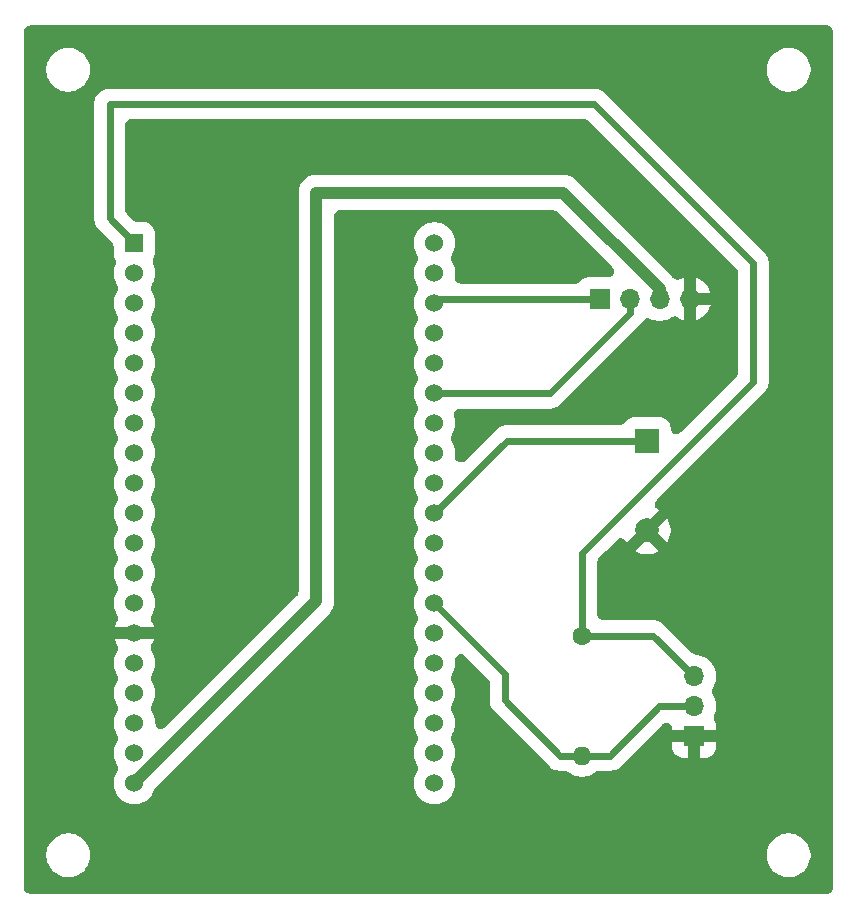
<source format=gbr>
%TF.GenerationSoftware,KiCad,Pcbnew,9.0.0*%
%TF.CreationDate,2025-03-04T12:47:50-05:00*%
%TF.ProjectId,TermoINteligente,5465726d-6f49-44e7-9465-6c6967656e74,rev?*%
%TF.SameCoordinates,Original*%
%TF.FileFunction,Copper,L2,Bot*%
%TF.FilePolarity,Positive*%
%FSLAX46Y46*%
G04 Gerber Fmt 4.6, Leading zero omitted, Abs format (unit mm)*
G04 Created by KiCad (PCBNEW 9.0.0) date 2025-03-04 12:47:50*
%MOMM*%
%LPD*%
G01*
G04 APERTURE LIST*
%TA.AperFunction,ComponentPad*%
%ADD10R,1.530000X1.530000*%
%TD*%
%TA.AperFunction,ComponentPad*%
%ADD11C,1.530000*%
%TD*%
%TA.AperFunction,ComponentPad*%
%ADD12R,1.700000X1.700000*%
%TD*%
%TA.AperFunction,ComponentPad*%
%ADD13O,1.700000X1.700000*%
%TD*%
%TA.AperFunction,ComponentPad*%
%ADD14C,1.600000*%
%TD*%
%TA.AperFunction,ComponentPad*%
%ADD15O,1.600000X1.600000*%
%TD*%
%TA.AperFunction,ComponentPad*%
%ADD16R,2.000000X2.000000*%
%TD*%
%TA.AperFunction,ComponentPad*%
%ADD17C,2.000000*%
%TD*%
%TA.AperFunction,Conductor*%
%ADD18C,1.000000*%
%TD*%
%TA.AperFunction,Conductor*%
%ADD19C,0.600000*%
%TD*%
G04 APERTURE END LIST*
D10*
%TO.P,U1,1,3V3*%
%TO.N,VDD*%
X130100000Y-81180000D03*
D11*
%TO.P,U1,2,EN*%
%TO.N,unconnected-(U1-EN-Pad2)*%
X130100000Y-83720000D03*
%TO.P,U1,3,SENSOR_VP*%
%TO.N,unconnected-(U1-SENSOR_VP-Pad3)*%
X130100000Y-86260000D03*
%TO.P,U1,4,SENSOR_VN*%
%TO.N,unconnected-(U1-SENSOR_VN-Pad4)*%
X130100000Y-88800000D03*
%TO.P,U1,5,IO34*%
%TO.N,unconnected-(U1-IO34-Pad5)*%
X130100000Y-91340000D03*
%TO.P,U1,6,IO35*%
%TO.N,unconnected-(U1-IO35-Pad6)*%
X130100000Y-93880000D03*
%TO.P,U1,7,IO32*%
%TO.N,unconnected-(U1-IO32-Pad7)*%
X130100000Y-96420000D03*
%TO.P,U1,8,IO33*%
%TO.N,unconnected-(U1-IO33-Pad8)*%
X130100000Y-98960000D03*
%TO.P,U1,9,IO25*%
%TO.N,unconnected-(U1-IO25-Pad9)*%
X130100000Y-101500000D03*
%TO.P,U1,10,IO26*%
%TO.N,unconnected-(U1-IO26-Pad10)*%
X130100000Y-104040000D03*
%TO.P,U1,11,IO27*%
%TO.N,unconnected-(U1-IO27-Pad11)*%
X130100000Y-106580000D03*
%TO.P,U1,12,IO14*%
%TO.N,unconnected-(U1-IO14-Pad12)*%
X130100000Y-109120000D03*
%TO.P,U1,13,IO12*%
%TO.N,unconnected-(U1-IO12-Pad13)*%
X130100000Y-111660000D03*
%TO.P,U1,14,GND1*%
%TO.N,GND*%
X130100000Y-114200000D03*
%TO.P,U1,15,IO13*%
%TO.N,unconnected-(U1-IO13-Pad15)*%
X130100000Y-116740000D03*
%TO.P,U1,16,SD2*%
%TO.N,unconnected-(U1-SD2-Pad16)*%
X130100000Y-119280000D03*
%TO.P,U1,17,SD3*%
%TO.N,unconnected-(U1-SD3-Pad17)*%
X130100000Y-121820000D03*
%TO.P,U1,18,CMD*%
%TO.N,unconnected-(U1-CMD-Pad18)*%
X130100000Y-124360000D03*
%TO.P,U1,19,EXT_5V*%
%TO.N,VCC*%
X130100000Y-126900000D03*
%TO.P,U1,20,CLK*%
%TO.N,unconnected-(U1-CLK-Pad20)*%
X155500000Y-126900000D03*
%TO.P,U1,21,SD0*%
%TO.N,unconnected-(U1-SD0-Pad21)*%
X155500000Y-124360000D03*
%TO.P,U1,22,SD1*%
%TO.N,unconnected-(U1-SD1-Pad22)*%
X155500000Y-121820000D03*
%TO.P,U1,23,IO15*%
%TO.N,unconnected-(U1-IO15-Pad23)*%
X155500000Y-119280000D03*
%TO.P,U1,24,IO2*%
%TO.N,unconnected-(U1-IO2-Pad24)*%
X155500000Y-116740000D03*
%TO.P,U1,25,IO0*%
%TO.N,unconnected-(U1-IO0-Pad25)*%
X155500000Y-114200000D03*
%TO.P,U1,26,IO4*%
%TO.N,DQ*%
X155500000Y-111660000D03*
%TO.P,U1,27,IO16*%
%TO.N,unconnected-(U1-IO16-Pad27)*%
X155500000Y-109120000D03*
%TO.P,U1,28,IO17*%
%TO.N,unconnected-(U1-IO17-Pad28)*%
X155500000Y-106580000D03*
%TO.P,U1,29,IO5*%
%TO.N,BZ1+*%
X155500000Y-104040000D03*
%TO.P,U1,30,IO18*%
%TO.N,unconnected-(U1-IO18-Pad30)*%
X155500000Y-101500000D03*
%TO.P,U1,31,IO19*%
%TO.N,unconnected-(U1-IO19-Pad31)*%
X155500000Y-98960000D03*
%TO.P,U1,32,GND2*%
%TO.N,unconnected-(U1-GND2-Pad32)*%
X155500000Y-96420000D03*
%TO.P,U1,33,IO21*%
%TO.N,SDA*%
X155500000Y-93880000D03*
%TO.P,U1,34,RXD0*%
%TO.N,unconnected-(U1-RXD0-Pad34)*%
X155500000Y-91340000D03*
%TO.P,U1,35,TXD0*%
%TO.N,unconnected-(U1-TXD0-Pad35)*%
X155500000Y-88800000D03*
%TO.P,U1,36,IO22*%
%TO.N,SCL*%
X155500000Y-86260000D03*
%TO.P,U1,37,IO23*%
%TO.N,unconnected-(U1-IO23-Pad37)*%
X155500000Y-83720000D03*
%TO.P,U1,38,GND3*%
%TO.N,unconnected-(U1-GND3-Pad38)*%
X155500000Y-81180000D03*
%TD*%
D12*
%TO.P,J2,1,Pin_1*%
%TO.N,GND*%
X177500000Y-122940000D03*
D13*
%TO.P,J2,2,Pin_2*%
%TO.N,DQ*%
X177500000Y-120400000D03*
%TO.P,J2,3,Pin_3*%
%TO.N,VDD*%
X177500000Y-117860000D03*
%TD*%
D12*
%TO.P,J1,1,Pin_1*%
%TO.N,SCL*%
X169500000Y-85900000D03*
D13*
%TO.P,J1,2,Pin_2*%
%TO.N,SDA*%
X172040000Y-85900000D03*
%TO.P,J1,3,Pin_3*%
%TO.N,VCC*%
X174580000Y-85900000D03*
%TO.P,J1,4,Pin_4*%
%TO.N,GND*%
X177120000Y-85900000D03*
%TD*%
D14*
%TO.P,R1,1*%
%TO.N,VDD*%
X168000000Y-114400000D03*
D15*
%TO.P,R1,2*%
%TO.N,DQ*%
X168000000Y-124560000D03*
%TD*%
D16*
%TO.P,BZ1,1,+*%
%TO.N,BZ1+*%
X173500000Y-97900000D03*
D17*
%TO.P,BZ1,2,-*%
%TO.N,GND*%
X173500000Y-105500000D03*
%TD*%
D18*
%TO.N,GND*%
X132700000Y-114200000D02*
X133500000Y-115000000D01*
X130100000Y-114200000D02*
X132700000Y-114200000D01*
X127800000Y-114200000D02*
X127000000Y-115000000D01*
X130100000Y-114200000D02*
X127800000Y-114200000D01*
%TO.N,VCC*%
X145500000Y-111500000D02*
X130100000Y-126900000D01*
X166400000Y-76900000D02*
X145500000Y-76900000D01*
X145500000Y-76900000D02*
X145500000Y-111500000D01*
X174580000Y-85080000D02*
X166400000Y-76900000D01*
X174580000Y-85900000D02*
X174580000Y-85080000D01*
D19*
%TO.N,SDA*%
X165262081Y-93880000D02*
X155500000Y-93880000D01*
X172040000Y-85900000D02*
X172040000Y-87102081D01*
X172040000Y-87102081D02*
X165262081Y-93880000D01*
%TO.N,BZ1+*%
X173500000Y-97900000D02*
X161640000Y-97900000D01*
X161640000Y-97900000D02*
X155500000Y-104040000D01*
%TO.N,SCL*%
X155860000Y-85900000D02*
X155500000Y-86260000D01*
X169500000Y-85900000D02*
X155860000Y-85900000D01*
%TO.N,DQ*%
X161500000Y-119900000D02*
X161500000Y-117660000D01*
X168000000Y-124560000D02*
X166160000Y-124560000D01*
X166160000Y-124560000D02*
X161500000Y-119900000D01*
X161500000Y-117660000D02*
X155500000Y-111660000D01*
X177500000Y-120400000D02*
X174500000Y-120400000D01*
X170340000Y-124560000D02*
X168000000Y-124560000D01*
X174500000Y-120400000D02*
X170340000Y-124560000D01*
%TO.N,VDD*%
X174040000Y-114400000D02*
X168000000Y-114400000D01*
X177500000Y-117860000D02*
X174040000Y-114400000D01*
X168000000Y-107400000D02*
X182500000Y-92900000D01*
X169000000Y-69400000D02*
X128000000Y-69400000D01*
X182500000Y-82900000D02*
X169000000Y-69400000D01*
X168000000Y-114400000D02*
X168000000Y-107400000D01*
X128000000Y-69400000D02*
X128000000Y-79080000D01*
X182500000Y-92900000D02*
X182500000Y-82900000D01*
X128000000Y-79080000D02*
X130100000Y-81180000D01*
%TD*%
%TA.AperFunction,Conductor*%
%TO.N,GND*%
G36*
X168395208Y-70720713D02*
G01*
X168524403Y-70779714D01*
X168607469Y-70846654D01*
X181053346Y-83292531D01*
X181138462Y-83406232D01*
X181188096Y-83539307D01*
X181199500Y-83645377D01*
X181199500Y-92154623D01*
X181179287Y-92295208D01*
X181120286Y-92424403D01*
X181053346Y-92507469D01*
X176352345Y-97208470D01*
X176238644Y-97293586D01*
X176105569Y-97343220D01*
X175963901Y-97353353D01*
X175825116Y-97323162D01*
X175700459Y-97255094D01*
X175600029Y-97154664D01*
X175531961Y-97030007D01*
X175501770Y-96891222D01*
X175500499Y-96855624D01*
X175500499Y-96841969D01*
X175495676Y-96787715D01*
X175489886Y-96722582D01*
X175433909Y-96526951D01*
X175339698Y-96346593D01*
X175305199Y-96304283D01*
X175211110Y-96188891D01*
X175211108Y-96188889D01*
X175053410Y-96060304D01*
X175053407Y-96060302D01*
X174873057Y-95966095D01*
X174873054Y-95966093D01*
X174873049Y-95966091D01*
X174677418Y-95910114D01*
X174558037Y-95899500D01*
X174558029Y-95899500D01*
X172441969Y-95899500D01*
X172322582Y-95910114D01*
X172126953Y-95966090D01*
X172126942Y-95966095D01*
X171946592Y-96060302D01*
X171946589Y-96060304D01*
X171788891Y-96188889D01*
X171788889Y-96188891D01*
X171660304Y-96346589D01*
X171646377Y-96367722D01*
X171643480Y-96365813D01*
X171585155Y-96446792D01*
X171473040Y-96533986D01*
X171340900Y-96586061D01*
X171225874Y-96599500D01*
X161742351Y-96599500D01*
X161537648Y-96599500D01*
X161505626Y-96604571D01*
X161335466Y-96631522D01*
X161238124Y-96663150D01*
X161238123Y-96663151D01*
X161174867Y-96683704D01*
X161140783Y-96694779D01*
X161140781Y-96694779D01*
X161140781Y-96694780D01*
X161086217Y-96722582D01*
X160958388Y-96787713D01*
X160958384Y-96787715D01*
X160792780Y-96908033D01*
X158098819Y-99601994D01*
X157985118Y-99687110D01*
X157852043Y-99736744D01*
X157710375Y-99746877D01*
X157571590Y-99716686D01*
X157446933Y-99648618D01*
X157346503Y-99548187D01*
X157278435Y-99423531D01*
X157248244Y-99284746D01*
X157251242Y-99184016D01*
X157265500Y-99075715D01*
X157265500Y-98844283D01*
X157235293Y-98614836D01*
X157235292Y-98614830D01*
X157175391Y-98391279D01*
X157175390Y-98391276D01*
X157086825Y-98177460D01*
X156971116Y-97977046D01*
X156964556Y-97967229D01*
X156903258Y-97839108D01*
X156880539Y-97698906D01*
X156898240Y-97557983D01*
X156954926Y-97427756D01*
X156964556Y-97412771D01*
X156971116Y-97402953D01*
X157086825Y-97202539D01*
X157175390Y-96988723D01*
X157175392Y-96988719D01*
X157235292Y-96765171D01*
X157265500Y-96535717D01*
X157265500Y-96304283D01*
X157235292Y-96074829D01*
X157175392Y-95851281D01*
X157175390Y-95851276D01*
X157175389Y-95851271D01*
X157171530Y-95839903D01*
X157145479Y-95700283D01*
X157159819Y-95558978D01*
X157213389Y-95427438D01*
X157301848Y-95316318D01*
X157418029Y-95234621D01*
X157552522Y-95188965D01*
X157644046Y-95180500D01*
X165364433Y-95180500D01*
X165566616Y-95148477D01*
X165663957Y-95116848D01*
X165761300Y-95085220D01*
X165852495Y-95038753D01*
X165943692Y-94992287D01*
X166109300Y-94871966D01*
X173031966Y-87949300D01*
X173152287Y-87783692D01*
X173152297Y-87783671D01*
X173160336Y-87770555D01*
X173251024Y-87661246D01*
X173368833Y-87581915D01*
X173504221Y-87538988D01*
X173646219Y-87535943D01*
X173776765Y-87570256D01*
X173983900Y-87656054D01*
X174218211Y-87718838D01*
X174218215Y-87718838D01*
X174218218Y-87718839D01*
X174458712Y-87750500D01*
X174701288Y-87750500D01*
X174941781Y-87718839D01*
X174941779Y-87718839D01*
X174941789Y-87718838D01*
X175176100Y-87656054D01*
X175400212Y-87563224D01*
X175601004Y-87447296D01*
X175732854Y-87394512D01*
X175874241Y-87381010D01*
X176013705Y-87407889D01*
X176100001Y-87447299D01*
X176300008Y-87562773D01*
X176524059Y-87655578D01*
X176619999Y-87681284D01*
X176620000Y-87681284D01*
X177620000Y-87681284D01*
X177715940Y-87655578D01*
X177939995Y-87562772D01*
X178149999Y-87441525D01*
X178150015Y-87441514D01*
X178342407Y-87293887D01*
X178513887Y-87122407D01*
X178661514Y-86930015D01*
X178661525Y-86929999D01*
X178782773Y-86719993D01*
X178875577Y-86495943D01*
X178875579Y-86495936D01*
X178901286Y-86400000D01*
X177620000Y-86400000D01*
X177620000Y-87681284D01*
X176620000Y-87681284D01*
X176620000Y-85965826D01*
X176654075Y-86092993D01*
X176719901Y-86207007D01*
X176812993Y-86300099D01*
X176927007Y-86365925D01*
X177054174Y-86400000D01*
X177185826Y-86400000D01*
X177312993Y-86365925D01*
X177427007Y-86300099D01*
X177520099Y-86207007D01*
X177585925Y-86092993D01*
X177620000Y-85965826D01*
X177620000Y-85834174D01*
X177585925Y-85707007D01*
X177520099Y-85592993D01*
X177427007Y-85499901D01*
X177312993Y-85434075D01*
X177185826Y-85400000D01*
X177620000Y-85400000D01*
X178901285Y-85400000D01*
X178875579Y-85304063D01*
X178875577Y-85304056D01*
X178782773Y-85080006D01*
X178661525Y-84870000D01*
X178661514Y-84869984D01*
X178513887Y-84677592D01*
X178342407Y-84506112D01*
X178150015Y-84358485D01*
X178149999Y-84358474D01*
X177939992Y-84237226D01*
X177939993Y-84237226D01*
X177715943Y-84144422D01*
X177715936Y-84144420D01*
X177620000Y-84118714D01*
X177620000Y-85400000D01*
X177185826Y-85400000D01*
X177054174Y-85400000D01*
X176927007Y-85434075D01*
X176812993Y-85499901D01*
X176719901Y-85592993D01*
X176654075Y-85707007D01*
X176620000Y-85834174D01*
X176620000Y-84118714D01*
X176524063Y-84144420D01*
X176524056Y-84144422D01*
X176294856Y-84239360D01*
X176157237Y-84274485D01*
X176015298Y-84269415D01*
X175880536Y-84224562D01*
X175763870Y-84143559D01*
X175724660Y-84102633D01*
X167377511Y-75755484D01*
X167377510Y-75755483D01*
X167186434Y-75616657D01*
X167186433Y-75616656D01*
X167186431Y-75616655D01*
X167186424Y-75616651D01*
X166975997Y-75509434D01*
X166975979Y-75509427D01*
X166751373Y-75436448D01*
X166751367Y-75436446D01*
X166518092Y-75399500D01*
X145618092Y-75399500D01*
X145381908Y-75399500D01*
X145148632Y-75436446D01*
X145148626Y-75436448D01*
X144924020Y-75509427D01*
X144924003Y-75509434D01*
X144713571Y-75616654D01*
X144713559Y-75616662D01*
X144522491Y-75755481D01*
X144522484Y-75755487D01*
X144355487Y-75922484D01*
X144355481Y-75922491D01*
X144216662Y-76113559D01*
X144216654Y-76113571D01*
X144109434Y-76324003D01*
X144109427Y-76324020D01*
X144036448Y-76548626D01*
X144036446Y-76548632D01*
X143999500Y-76781907D01*
X143999500Y-110671780D01*
X143979287Y-110812365D01*
X143920286Y-110941560D01*
X143853346Y-111024626D01*
X132717346Y-122160626D01*
X132603645Y-122245742D01*
X132470570Y-122295376D01*
X132328902Y-122305509D01*
X132190117Y-122275318D01*
X132065460Y-122207250D01*
X131965030Y-122106820D01*
X131896962Y-121982163D01*
X131866771Y-121843378D01*
X131865500Y-121807780D01*
X131865500Y-121704283D01*
X131835293Y-121474836D01*
X131835292Y-121474830D01*
X131835292Y-121474829D01*
X131775392Y-121251281D01*
X131762523Y-121220212D01*
X131686825Y-121037460D01*
X131571116Y-120837046D01*
X131564556Y-120827229D01*
X131503258Y-120699108D01*
X131480539Y-120558906D01*
X131498240Y-120417983D01*
X131554926Y-120287756D01*
X131564556Y-120272771D01*
X131571116Y-120262953D01*
X131686825Y-120062539D01*
X131775390Y-119848723D01*
X131775392Y-119848719D01*
X131835292Y-119625171D01*
X131865500Y-119395717D01*
X131865500Y-119164283D01*
X131835292Y-118934829D01*
X131775392Y-118711281D01*
X131762523Y-118680212D01*
X131686825Y-118497460D01*
X131571116Y-118297046D01*
X131564556Y-118287229D01*
X131503258Y-118159108D01*
X131480539Y-118018906D01*
X131498240Y-117877983D01*
X131554926Y-117747756D01*
X131564556Y-117732771D01*
X131571116Y-117722953D01*
X131686825Y-117522539D01*
X131775390Y-117308723D01*
X131775392Y-117308719D01*
X131835292Y-117085171D01*
X131865500Y-116855717D01*
X131865500Y-116624283D01*
X131835292Y-116394829D01*
X131775392Y-116171281D01*
X131749430Y-116108603D01*
X131686825Y-115957460D01*
X131571116Y-115757048D01*
X131571111Y-115757040D01*
X131571109Y-115757036D01*
X131571101Y-115757025D01*
X131565385Y-115748470D01*
X131504086Y-115620349D01*
X131481367Y-115480147D01*
X131499066Y-115339224D01*
X131548144Y-115221732D01*
X131686378Y-114982311D01*
X131774918Y-114768556D01*
X131834798Y-114545079D01*
X131834801Y-114545061D01*
X131865000Y-114315683D01*
X131865000Y-114084316D01*
X131834801Y-113854938D01*
X131834798Y-113854920D01*
X131774919Y-113631446D01*
X131686375Y-113417684D01*
X131548143Y-113178262D01*
X131495355Y-113046406D01*
X131481853Y-112905019D01*
X131508732Y-112765555D01*
X131565395Y-112651514D01*
X131571095Y-112642981D01*
X131571109Y-112642964D01*
X131666635Y-112477508D01*
X131686825Y-112442539D01*
X131775390Y-112228723D01*
X131775392Y-112228719D01*
X131835292Y-112005171D01*
X131865500Y-111775717D01*
X131865500Y-111544283D01*
X131835292Y-111314829D01*
X131775392Y-111091281D01*
X131747783Y-111024626D01*
X131686825Y-110877460D01*
X131571116Y-110677046D01*
X131564556Y-110667229D01*
X131503258Y-110539108D01*
X131480539Y-110398906D01*
X131498240Y-110257983D01*
X131554926Y-110127756D01*
X131564556Y-110112771D01*
X131571116Y-110102953D01*
X131686825Y-109902539D01*
X131775390Y-109688723D01*
X131775392Y-109688719D01*
X131835292Y-109465171D01*
X131865500Y-109235717D01*
X131865500Y-109004283D01*
X131835292Y-108774829D01*
X131775392Y-108551281D01*
X131775390Y-108551276D01*
X131686825Y-108337460D01*
X131571116Y-108137046D01*
X131564556Y-108127229D01*
X131503258Y-107999108D01*
X131480539Y-107858906D01*
X131498240Y-107717983D01*
X131554926Y-107587756D01*
X131564556Y-107572771D01*
X131571116Y-107562953D01*
X131686825Y-107362539D01*
X131775390Y-107148723D01*
X131775392Y-107148719D01*
X131835292Y-106925171D01*
X131865500Y-106695717D01*
X131865500Y-106464283D01*
X131855257Y-106386476D01*
X131835293Y-106234836D01*
X131835292Y-106234830D01*
X131831991Y-106222510D01*
X131775392Y-106011281D01*
X131725580Y-105891024D01*
X131686825Y-105797460D01*
X131571116Y-105597046D01*
X131564556Y-105587229D01*
X131503258Y-105459108D01*
X131480539Y-105318906D01*
X131498240Y-105177983D01*
X131554926Y-105047756D01*
X131564556Y-105032771D01*
X131571116Y-105022953D01*
X131686825Y-104822539D01*
X131775390Y-104608723D01*
X131775392Y-104608719D01*
X131835292Y-104385171D01*
X131865500Y-104155717D01*
X131865500Y-103924283D01*
X131846120Y-103777078D01*
X131835293Y-103694836D01*
X131835292Y-103694830D01*
X131835292Y-103694829D01*
X131775392Y-103471281D01*
X131775390Y-103471276D01*
X131686825Y-103257460D01*
X131571116Y-103057046D01*
X131564556Y-103047229D01*
X131503258Y-102919108D01*
X131480539Y-102778906D01*
X131498240Y-102637983D01*
X131554926Y-102507756D01*
X131564556Y-102492771D01*
X131571116Y-102482953D01*
X131686825Y-102282539D01*
X131775390Y-102068723D01*
X131775392Y-102068719D01*
X131835292Y-101845171D01*
X131865500Y-101615717D01*
X131865500Y-101384283D01*
X131835292Y-101154829D01*
X131775392Y-100931281D01*
X131775390Y-100931276D01*
X131686825Y-100717460D01*
X131571116Y-100517046D01*
X131564556Y-100507229D01*
X131503258Y-100379108D01*
X131480539Y-100238906D01*
X131498240Y-100097983D01*
X131554926Y-99967756D01*
X131564556Y-99952771D01*
X131571116Y-99942953D01*
X131686825Y-99742539D01*
X131775390Y-99528723D01*
X131775392Y-99528719D01*
X131835292Y-99305171D01*
X131865500Y-99075717D01*
X131865500Y-98844283D01*
X131835292Y-98614829D01*
X131775392Y-98391281D01*
X131775390Y-98391276D01*
X131686825Y-98177460D01*
X131571116Y-97977046D01*
X131564556Y-97967229D01*
X131503258Y-97839108D01*
X131480539Y-97698906D01*
X131498240Y-97557983D01*
X131554926Y-97427756D01*
X131564556Y-97412771D01*
X131571116Y-97402953D01*
X131686825Y-97202539D01*
X131775390Y-96988723D01*
X131775392Y-96988719D01*
X131835292Y-96765171D01*
X131865500Y-96535717D01*
X131865500Y-96304283D01*
X131835292Y-96074829D01*
X131775392Y-95851281D01*
X131712847Y-95700283D01*
X131686825Y-95637460D01*
X131571116Y-95437046D01*
X131564556Y-95427229D01*
X131503258Y-95299108D01*
X131480539Y-95158906D01*
X131498240Y-95017983D01*
X131554926Y-94887756D01*
X131564556Y-94872771D01*
X131571116Y-94862953D01*
X131686825Y-94662539D01*
X131775390Y-94448723D01*
X131775392Y-94448719D01*
X131835292Y-94225171D01*
X131865500Y-93995717D01*
X131865500Y-93764283D01*
X131835293Y-93534836D01*
X131835292Y-93534830D01*
X131798955Y-93399219D01*
X131775392Y-93311281D01*
X131731176Y-93204534D01*
X131686825Y-93097460D01*
X131571116Y-92897046D01*
X131564556Y-92887229D01*
X131503258Y-92759108D01*
X131480539Y-92618906D01*
X131498240Y-92477983D01*
X131554926Y-92347756D01*
X131564556Y-92332771D01*
X131571116Y-92322953D01*
X131686825Y-92122539D01*
X131775390Y-91908723D01*
X131775392Y-91908719D01*
X131835292Y-91685171D01*
X131865500Y-91455717D01*
X131865500Y-91224283D01*
X131835292Y-90994829D01*
X131775392Y-90771281D01*
X131775390Y-90771276D01*
X131686825Y-90557460D01*
X131571116Y-90357046D01*
X131564556Y-90347229D01*
X131503258Y-90219108D01*
X131480539Y-90078906D01*
X131498240Y-89937983D01*
X131554926Y-89807756D01*
X131564556Y-89792771D01*
X131571116Y-89782953D01*
X131686825Y-89582539D01*
X131775390Y-89368723D01*
X131775392Y-89368719D01*
X131835292Y-89145171D01*
X131865500Y-88915717D01*
X131865500Y-88684283D01*
X131835292Y-88454829D01*
X131775392Y-88231281D01*
X131775390Y-88231276D01*
X131686825Y-88017460D01*
X131571116Y-87817046D01*
X131564556Y-87807229D01*
X131503258Y-87679108D01*
X131480539Y-87538906D01*
X131498240Y-87397983D01*
X131554926Y-87267756D01*
X131564556Y-87252771D01*
X131571116Y-87242953D01*
X131686825Y-87042539D01*
X131775390Y-86828723D01*
X131775392Y-86828719D01*
X131835292Y-86605171D01*
X131865500Y-86375717D01*
X131865500Y-86144283D01*
X131835292Y-85914829D01*
X131775392Y-85691281D01*
X131734680Y-85592993D01*
X131686825Y-85477460D01*
X131571116Y-85277046D01*
X131564556Y-85267229D01*
X131503258Y-85139108D01*
X131480539Y-84998906D01*
X131498240Y-84857983D01*
X131554926Y-84727756D01*
X131564556Y-84712771D01*
X131571116Y-84702953D01*
X131686825Y-84502539D01*
X131746494Y-84358485D01*
X131775392Y-84288719D01*
X131835292Y-84065171D01*
X131865500Y-83835717D01*
X131865500Y-83604283D01*
X131835292Y-83374829D01*
X131775392Y-83151281D01*
X131775390Y-83151276D01*
X131682508Y-82927037D01*
X131647383Y-82789418D01*
X131652453Y-82647479D01*
X131697306Y-82512717D01*
X131701231Y-82505042D01*
X131704694Y-82498411D01*
X131704698Y-82498407D01*
X131798909Y-82318049D01*
X131854886Y-82122418D01*
X131865500Y-82003037D01*
X131865499Y-80356964D01*
X131854886Y-80237582D01*
X131798909Y-80041951D01*
X131704698Y-79861593D01*
X131704695Y-79861589D01*
X131576110Y-79703891D01*
X131576108Y-79703889D01*
X131418410Y-79575304D01*
X131418407Y-79575302D01*
X131238057Y-79481095D01*
X131238054Y-79481093D01*
X131238049Y-79481091D01*
X131042418Y-79425114D01*
X130923037Y-79414500D01*
X130923030Y-79414500D01*
X130380377Y-79414500D01*
X130327544Y-79406903D01*
X130274307Y-79403096D01*
X130257524Y-79396836D01*
X130239792Y-79394287D01*
X130191236Y-79372112D01*
X130141232Y-79353462D01*
X130126893Y-79342728D01*
X130110597Y-79335286D01*
X130027531Y-79268346D01*
X129446654Y-78687469D01*
X129361538Y-78573768D01*
X129311904Y-78440693D01*
X129300500Y-78334623D01*
X129300500Y-71199500D01*
X129320713Y-71058915D01*
X129379714Y-70929720D01*
X129472724Y-70822381D01*
X129592208Y-70745594D01*
X129728485Y-70705579D01*
X129799500Y-70700500D01*
X168254623Y-70700500D01*
X168395208Y-70720713D01*
G37*
%TD.AperFunction*%
%TA.AperFunction,Conductor*%
G36*
X188891085Y-62770713D02*
G01*
X189020280Y-62829714D01*
X189127619Y-62922724D01*
X189204406Y-63042208D01*
X189244421Y-63178485D01*
X189249500Y-63249500D01*
X189249500Y-135750500D01*
X189229287Y-135891085D01*
X189170286Y-136020280D01*
X189077276Y-136127619D01*
X188957792Y-136204406D01*
X188821515Y-136244421D01*
X188750500Y-136249500D01*
X121249500Y-136249500D01*
X121108915Y-136229287D01*
X120979720Y-136170286D01*
X120872381Y-136077276D01*
X120795594Y-135957792D01*
X120755579Y-135821515D01*
X120750500Y-135750500D01*
X120750500Y-132878450D01*
X122645500Y-132878450D01*
X122645500Y-133121549D01*
X122677229Y-133362564D01*
X122677231Y-133362574D01*
X122740149Y-133597385D01*
X122740152Y-133597393D01*
X122833181Y-133821986D01*
X122954726Y-134032508D01*
X122954736Y-134032523D01*
X123102721Y-134225380D01*
X123274619Y-134397278D01*
X123467476Y-134545263D01*
X123467484Y-134545269D01*
X123467491Y-134545273D01*
X123678013Y-134666818D01*
X123749969Y-134696623D01*
X123902612Y-134759850D01*
X124137429Y-134822769D01*
X124137431Y-134822769D01*
X124137435Y-134822770D01*
X124285601Y-134842276D01*
X124378450Y-134854500D01*
X124378451Y-134854500D01*
X124621549Y-134854500D01*
X124621550Y-134854500D01*
X124772583Y-134834616D01*
X124862564Y-134822770D01*
X124862565Y-134822769D01*
X124862571Y-134822769D01*
X125097388Y-134759850D01*
X125321984Y-134666819D01*
X125532516Y-134545269D01*
X125725380Y-134397278D01*
X125897278Y-134225380D01*
X126045269Y-134032516D01*
X126166819Y-133821984D01*
X126259850Y-133597388D01*
X126322769Y-133362571D01*
X126354500Y-133121550D01*
X126354500Y-132878450D01*
X183645500Y-132878450D01*
X183645500Y-133121549D01*
X183677229Y-133362564D01*
X183677231Y-133362574D01*
X183740149Y-133597385D01*
X183740152Y-133597393D01*
X183833181Y-133821986D01*
X183954726Y-134032508D01*
X183954736Y-134032523D01*
X184102721Y-134225380D01*
X184274619Y-134397278D01*
X184467476Y-134545263D01*
X184467484Y-134545269D01*
X184467491Y-134545273D01*
X184678013Y-134666818D01*
X184749969Y-134696623D01*
X184902612Y-134759850D01*
X185137429Y-134822769D01*
X185137431Y-134822769D01*
X185137435Y-134822770D01*
X185285601Y-134842276D01*
X185378450Y-134854500D01*
X185378451Y-134854500D01*
X185621549Y-134854500D01*
X185621550Y-134854500D01*
X185772583Y-134834616D01*
X185862564Y-134822770D01*
X185862565Y-134822769D01*
X185862571Y-134822769D01*
X186097388Y-134759850D01*
X186321984Y-134666819D01*
X186532516Y-134545269D01*
X186725380Y-134397278D01*
X186897278Y-134225380D01*
X187045269Y-134032516D01*
X187166819Y-133821984D01*
X187259850Y-133597388D01*
X187322769Y-133362571D01*
X187354500Y-133121550D01*
X187354500Y-132878450D01*
X187322769Y-132637429D01*
X187259850Y-132402612D01*
X187166819Y-132178016D01*
X187166818Y-132178013D01*
X187045273Y-131967491D01*
X187045269Y-131967484D01*
X187045263Y-131967476D01*
X186897278Y-131774619D01*
X186725380Y-131602721D01*
X186532523Y-131454736D01*
X186532519Y-131454733D01*
X186532516Y-131454731D01*
X186532512Y-131454728D01*
X186532508Y-131454726D01*
X186321986Y-131333181D01*
X186097393Y-131240152D01*
X186097385Y-131240149D01*
X185862574Y-131177231D01*
X185862564Y-131177229D01*
X185647770Y-131148951D01*
X185621550Y-131145500D01*
X185378450Y-131145500D01*
X185354802Y-131148613D01*
X185137435Y-131177229D01*
X185137425Y-131177231D01*
X184902614Y-131240149D01*
X184902606Y-131240152D01*
X184678013Y-131333181D01*
X184467491Y-131454726D01*
X184467476Y-131454736D01*
X184274619Y-131602721D01*
X184102721Y-131774619D01*
X183954736Y-131967476D01*
X183954726Y-131967491D01*
X183833181Y-132178013D01*
X183740152Y-132402606D01*
X183740149Y-132402614D01*
X183677231Y-132637425D01*
X183677229Y-132637435D01*
X183645500Y-132878450D01*
X126354500Y-132878450D01*
X126322769Y-132637429D01*
X126259850Y-132402612D01*
X126166819Y-132178016D01*
X126166818Y-132178013D01*
X126045273Y-131967491D01*
X126045269Y-131967484D01*
X126045263Y-131967476D01*
X125897278Y-131774619D01*
X125725380Y-131602721D01*
X125532523Y-131454736D01*
X125532519Y-131454733D01*
X125532516Y-131454731D01*
X125532512Y-131454728D01*
X125532508Y-131454726D01*
X125321986Y-131333181D01*
X125097393Y-131240152D01*
X125097385Y-131240149D01*
X124862574Y-131177231D01*
X124862564Y-131177229D01*
X124647770Y-131148951D01*
X124621550Y-131145500D01*
X124378450Y-131145500D01*
X124354802Y-131148613D01*
X124137435Y-131177229D01*
X124137425Y-131177231D01*
X123902614Y-131240149D01*
X123902606Y-131240152D01*
X123678013Y-131333181D01*
X123467491Y-131454726D01*
X123467476Y-131454736D01*
X123274619Y-131602721D01*
X123102721Y-131774619D01*
X122954736Y-131967476D01*
X122954726Y-131967491D01*
X122833181Y-132178013D01*
X122740152Y-132402606D01*
X122740149Y-132402614D01*
X122677231Y-132637425D01*
X122677229Y-132637435D01*
X122645500Y-132878450D01*
X120750500Y-132878450D01*
X120750500Y-69297648D01*
X126699500Y-69297648D01*
X126699500Y-79182352D01*
X126731521Y-79384530D01*
X126731522Y-79384531D01*
X126736439Y-79399666D01*
X126736442Y-79399674D01*
X126741260Y-79414501D01*
X126794780Y-79579219D01*
X126840781Y-79669500D01*
X126887713Y-79761611D01*
X127008034Y-79927219D01*
X127008036Y-79927221D01*
X127008036Y-79927222D01*
X128188346Y-81107531D01*
X128273462Y-81221232D01*
X128323096Y-81354307D01*
X128334500Y-81460376D01*
X128334500Y-82003030D01*
X128345114Y-82122417D01*
X128401090Y-82318046D01*
X128401093Y-82318054D01*
X128498769Y-82505044D01*
X128545943Y-82639011D01*
X128553463Y-82780842D01*
X128520720Y-82919047D01*
X128517492Y-82927035D01*
X128424609Y-83151277D01*
X128424608Y-83151279D01*
X128364707Y-83374830D01*
X128364706Y-83374836D01*
X128334500Y-83604283D01*
X128334500Y-83835716D01*
X128364706Y-84065163D01*
X128364707Y-84065169D01*
X128424608Y-84288720D01*
X128424609Y-84288723D01*
X128513174Y-84502539D01*
X128628887Y-84702959D01*
X128635451Y-84712783D01*
X128696745Y-84840906D01*
X128719460Y-84981109D01*
X128701755Y-85122031D01*
X128645065Y-85252257D01*
X128635451Y-85267217D01*
X128628887Y-85277040D01*
X128513174Y-85477460D01*
X128424609Y-85691276D01*
X128424608Y-85691279D01*
X128364707Y-85914830D01*
X128364706Y-85914836D01*
X128334500Y-86144283D01*
X128334500Y-86375716D01*
X128364706Y-86605163D01*
X128364707Y-86605169D01*
X128424608Y-86828720D01*
X128424609Y-86828723D01*
X128513174Y-87042539D01*
X128628887Y-87242959D01*
X128635451Y-87252783D01*
X128696745Y-87380906D01*
X128719460Y-87521109D01*
X128701755Y-87662031D01*
X128645065Y-87792257D01*
X128635451Y-87807217D01*
X128628887Y-87817040D01*
X128513174Y-88017460D01*
X128424609Y-88231276D01*
X128424608Y-88231279D01*
X128364707Y-88454830D01*
X128364706Y-88454836D01*
X128334500Y-88684283D01*
X128334500Y-88915716D01*
X128364706Y-89145163D01*
X128364707Y-89145169D01*
X128424608Y-89368720D01*
X128424609Y-89368723D01*
X128513174Y-89582539D01*
X128628887Y-89782959D01*
X128635451Y-89792783D01*
X128696745Y-89920906D01*
X128719460Y-90061109D01*
X128701755Y-90202031D01*
X128645065Y-90332257D01*
X128635451Y-90347217D01*
X128628887Y-90357040D01*
X128513174Y-90557460D01*
X128424609Y-90771276D01*
X128424608Y-90771279D01*
X128364707Y-90994830D01*
X128364706Y-90994836D01*
X128334500Y-91224283D01*
X128334500Y-91455716D01*
X128364706Y-91685163D01*
X128364707Y-91685169D01*
X128424608Y-91908720D01*
X128424609Y-91908723D01*
X128513174Y-92122539D01*
X128628887Y-92322959D01*
X128635451Y-92332783D01*
X128696745Y-92460906D01*
X128719460Y-92601109D01*
X128701755Y-92742031D01*
X128645065Y-92872257D01*
X128635451Y-92887217D01*
X128628887Y-92897040D01*
X128513174Y-93097460D01*
X128424609Y-93311276D01*
X128424608Y-93311279D01*
X128364707Y-93534830D01*
X128364706Y-93534836D01*
X128334500Y-93764283D01*
X128334500Y-93995716D01*
X128364706Y-94225163D01*
X128364707Y-94225169D01*
X128424608Y-94448720D01*
X128424609Y-94448723D01*
X128513174Y-94662539D01*
X128628887Y-94862959D01*
X128635451Y-94872783D01*
X128696745Y-95000906D01*
X128719460Y-95141109D01*
X128701755Y-95282031D01*
X128645065Y-95412257D01*
X128635451Y-95427217D01*
X128628887Y-95437040D01*
X128513174Y-95637460D01*
X128424609Y-95851276D01*
X128424608Y-95851279D01*
X128364707Y-96074830D01*
X128364706Y-96074836D01*
X128334500Y-96304283D01*
X128334500Y-96535716D01*
X128364706Y-96765163D01*
X128364707Y-96765169D01*
X128424608Y-96988720D01*
X128424609Y-96988723D01*
X128513174Y-97202539D01*
X128628887Y-97402959D01*
X128635451Y-97412783D01*
X128696745Y-97540906D01*
X128719460Y-97681109D01*
X128701755Y-97822031D01*
X128645065Y-97952257D01*
X128635451Y-97967217D01*
X128628887Y-97977040D01*
X128513174Y-98177460D01*
X128424609Y-98391276D01*
X128424608Y-98391279D01*
X128364707Y-98614830D01*
X128364706Y-98614836D01*
X128334500Y-98844283D01*
X128334500Y-99075716D01*
X128364706Y-99305163D01*
X128364707Y-99305169D01*
X128424608Y-99528720D01*
X128424609Y-99528723D01*
X128513174Y-99742539D01*
X128628887Y-99942959D01*
X128635451Y-99952783D01*
X128696745Y-100080906D01*
X128719460Y-100221109D01*
X128701755Y-100362031D01*
X128645065Y-100492257D01*
X128635451Y-100507217D01*
X128628887Y-100517040D01*
X128513174Y-100717460D01*
X128424609Y-100931276D01*
X128424608Y-100931279D01*
X128364707Y-101154830D01*
X128364706Y-101154836D01*
X128334500Y-101384283D01*
X128334500Y-101615716D01*
X128364706Y-101845163D01*
X128364707Y-101845169D01*
X128424608Y-102068720D01*
X128424609Y-102068723D01*
X128513174Y-102282539D01*
X128628887Y-102482959D01*
X128635451Y-102492783D01*
X128696745Y-102620906D01*
X128719460Y-102761109D01*
X128701755Y-102902031D01*
X128645065Y-103032257D01*
X128635451Y-103047217D01*
X128628887Y-103057040D01*
X128513174Y-103257460D01*
X128424609Y-103471276D01*
X128424608Y-103471279D01*
X128364707Y-103694830D01*
X128364706Y-103694836D01*
X128334500Y-103924283D01*
X128334500Y-104155716D01*
X128364706Y-104385163D01*
X128364707Y-104385169D01*
X128424608Y-104608720D01*
X128424609Y-104608723D01*
X128513174Y-104822539D01*
X128628887Y-105022959D01*
X128635451Y-105032783D01*
X128696745Y-105160906D01*
X128719460Y-105301109D01*
X128701755Y-105442031D01*
X128645065Y-105572257D01*
X128635451Y-105587217D01*
X128628887Y-105597040D01*
X128513174Y-105797460D01*
X128424609Y-106011276D01*
X128424608Y-106011279D01*
X128364707Y-106234830D01*
X128364706Y-106234836D01*
X128334500Y-106464283D01*
X128334500Y-106695716D01*
X128364706Y-106925163D01*
X128364707Y-106925169D01*
X128424608Y-107148720D01*
X128424609Y-107148723D01*
X128513174Y-107362539D01*
X128628887Y-107562959D01*
X128635451Y-107572783D01*
X128696745Y-107700906D01*
X128719460Y-107841109D01*
X128701755Y-107982031D01*
X128645065Y-108112257D01*
X128635451Y-108127217D01*
X128628887Y-108137040D01*
X128513174Y-108337460D01*
X128424609Y-108551276D01*
X128424608Y-108551279D01*
X128364707Y-108774830D01*
X128364706Y-108774836D01*
X128334500Y-109004283D01*
X128334500Y-109235716D01*
X128364706Y-109465163D01*
X128364707Y-109465169D01*
X128424608Y-109688720D01*
X128424609Y-109688723D01*
X128513174Y-109902539D01*
X128628887Y-110102959D01*
X128635451Y-110112783D01*
X128696745Y-110240906D01*
X128719460Y-110381109D01*
X128701755Y-110522031D01*
X128645065Y-110652257D01*
X128635451Y-110667217D01*
X128628887Y-110677040D01*
X128513174Y-110877460D01*
X128424609Y-111091276D01*
X128424608Y-111091279D01*
X128364707Y-111314830D01*
X128364706Y-111314836D01*
X128334500Y-111544283D01*
X128334500Y-111775716D01*
X128364706Y-112005163D01*
X128364707Y-112005169D01*
X128424608Y-112228720D01*
X128424609Y-112228723D01*
X128513174Y-112442539D01*
X128628882Y-112642950D01*
X128634613Y-112651527D01*
X128695910Y-112779649D01*
X128718629Y-112919851D01*
X128700927Y-113060773D01*
X128651857Y-113178251D01*
X128513623Y-113417684D01*
X128425081Y-113631443D01*
X128365201Y-113854920D01*
X128365198Y-113854938D01*
X128335000Y-114084316D01*
X128335000Y-114315683D01*
X128365198Y-114545061D01*
X128365201Y-114545079D01*
X128425080Y-114768553D01*
X128513623Y-114982313D01*
X128651857Y-115221741D01*
X128704644Y-115353597D01*
X128718145Y-115494984D01*
X128691265Y-115634448D01*
X128634620Y-115748460D01*
X128628891Y-115757033D01*
X128513174Y-115957460D01*
X128424609Y-116171276D01*
X128424608Y-116171279D01*
X128364707Y-116394830D01*
X128364706Y-116394836D01*
X128334500Y-116624283D01*
X128334500Y-116855716D01*
X128364706Y-117085163D01*
X128364707Y-117085169D01*
X128424608Y-117308720D01*
X128424609Y-117308723D01*
X128513174Y-117522539D01*
X128628887Y-117722959D01*
X128635451Y-117732783D01*
X128696745Y-117860906D01*
X128719460Y-118001109D01*
X128701755Y-118142031D01*
X128645065Y-118272257D01*
X128635451Y-118287217D01*
X128628887Y-118297040D01*
X128513174Y-118497460D01*
X128424609Y-118711276D01*
X128424608Y-118711279D01*
X128364707Y-118934830D01*
X128364706Y-118934836D01*
X128334500Y-119164283D01*
X128334500Y-119395716D01*
X128364706Y-119625163D01*
X128364707Y-119625169D01*
X128424608Y-119848720D01*
X128424609Y-119848723D01*
X128513174Y-120062539D01*
X128628887Y-120262959D01*
X128635451Y-120272783D01*
X128696745Y-120400906D01*
X128719460Y-120541109D01*
X128701755Y-120682031D01*
X128645065Y-120812257D01*
X128635451Y-120827217D01*
X128628887Y-120837040D01*
X128513174Y-121037460D01*
X128424609Y-121251276D01*
X128424608Y-121251279D01*
X128364707Y-121474830D01*
X128364706Y-121474836D01*
X128334500Y-121704283D01*
X128334500Y-121935716D01*
X128364706Y-122165163D01*
X128364707Y-122165169D01*
X128424608Y-122388720D01*
X128424609Y-122388723D01*
X128513174Y-122602539D01*
X128628887Y-122802959D01*
X128635451Y-122812783D01*
X128696745Y-122940906D01*
X128719460Y-123081109D01*
X128701755Y-123222031D01*
X128645065Y-123352257D01*
X128635451Y-123367217D01*
X128628887Y-123377040D01*
X128513174Y-123577460D01*
X128424609Y-123791276D01*
X128424608Y-123791279D01*
X128364707Y-124014830D01*
X128364706Y-124014836D01*
X128334500Y-124244283D01*
X128334500Y-124475716D01*
X128364706Y-124705163D01*
X128364707Y-124705169D01*
X128424608Y-124928720D01*
X128424609Y-124928723D01*
X128513174Y-125142539D01*
X128628887Y-125342959D01*
X128635451Y-125352783D01*
X128696745Y-125480906D01*
X128719460Y-125621109D01*
X128701755Y-125762031D01*
X128645065Y-125892257D01*
X128635451Y-125907217D01*
X128628887Y-125917040D01*
X128513174Y-126117460D01*
X128424609Y-126331276D01*
X128424608Y-126331279D01*
X128364707Y-126554830D01*
X128364706Y-126554836D01*
X128334500Y-126784283D01*
X128334500Y-127015716D01*
X128364706Y-127245163D01*
X128364707Y-127245169D01*
X128424608Y-127468720D01*
X128424609Y-127468723D01*
X128513174Y-127682539D01*
X128628884Y-127882953D01*
X128628888Y-127882960D01*
X128628890Y-127882963D01*
X128628891Y-127882964D01*
X128769779Y-128066573D01*
X128933427Y-128230221D01*
X129117036Y-128371109D01*
X129117039Y-128371111D01*
X129117046Y-128371115D01*
X129317461Y-128486825D01*
X129317460Y-128486825D01*
X129531276Y-128575390D01*
X129531281Y-128575392D01*
X129754829Y-128635292D01*
X129754833Y-128635292D01*
X129754836Y-128635293D01*
X129840501Y-128646570D01*
X129984283Y-128665500D01*
X129984284Y-128665500D01*
X130215716Y-128665500D01*
X130215717Y-128665500D01*
X130445171Y-128635292D01*
X130668719Y-128575392D01*
X130793972Y-128523510D01*
X130882539Y-128486825D01*
X131018021Y-128408603D01*
X131082964Y-128371109D01*
X131266573Y-128230221D01*
X131430221Y-128066573D01*
X131571109Y-127882964D01*
X131608603Y-127818021D01*
X131686825Y-127682539D01*
X131775390Y-127468723D01*
X131775392Y-127468719D01*
X131785472Y-127431096D01*
X131841380Y-127300538D01*
X131914619Y-127207406D01*
X146644517Y-112477510D01*
X146783343Y-112286433D01*
X146890568Y-112075992D01*
X146963553Y-111851368D01*
X147000500Y-111618092D01*
X147000500Y-111381908D01*
X147000500Y-78899500D01*
X147020713Y-78758915D01*
X147079714Y-78629720D01*
X147172724Y-78522381D01*
X147292208Y-78445594D01*
X147428485Y-78405579D01*
X147499500Y-78400500D01*
X165571781Y-78400500D01*
X165712366Y-78420713D01*
X165841561Y-78479714D01*
X165924627Y-78546654D01*
X170575627Y-83197654D01*
X170660743Y-83311355D01*
X170710377Y-83444430D01*
X170720510Y-83586098D01*
X170690319Y-83724883D01*
X170622251Y-83849540D01*
X170521821Y-83949970D01*
X170397164Y-84018038D01*
X170258379Y-84048229D01*
X170222781Y-84049500D01*
X168591969Y-84049500D01*
X168472582Y-84060114D01*
X168276953Y-84116090D01*
X168276942Y-84116095D01*
X168096592Y-84210302D01*
X168096589Y-84210304D01*
X167938892Y-84338888D01*
X167876148Y-84415839D01*
X167771641Y-84512021D01*
X167644271Y-84574864D01*
X167504354Y-84599276D01*
X167489415Y-84599500D01*
X157733947Y-84599500D01*
X157593362Y-84579287D01*
X157464167Y-84520286D01*
X157356828Y-84427276D01*
X157280041Y-84307792D01*
X157240026Y-84171515D01*
X157239216Y-84035369D01*
X157265500Y-83835716D01*
X157265500Y-83604283D01*
X157235293Y-83374836D01*
X157235292Y-83374830D01*
X157213240Y-83292531D01*
X157175392Y-83151281D01*
X157175390Y-83151276D01*
X157086825Y-82937460D01*
X156971116Y-82737046D01*
X156964556Y-82727229D01*
X156903258Y-82599108D01*
X156880539Y-82458906D01*
X156898240Y-82317983D01*
X156954926Y-82187756D01*
X156964556Y-82172771D01*
X156971116Y-82162953D01*
X157086825Y-81962539D01*
X157175390Y-81748723D01*
X157175392Y-81748719D01*
X157235292Y-81525171D01*
X157265500Y-81295717D01*
X157265500Y-81064283D01*
X157235292Y-80834829D01*
X157175392Y-80611281D01*
X157175390Y-80611276D01*
X157086825Y-80397460D01*
X156971115Y-80197046D01*
X156971111Y-80197039D01*
X156971109Y-80197036D01*
X156830221Y-80013427D01*
X156666573Y-79849779D01*
X156482964Y-79708891D01*
X156482963Y-79708890D01*
X156482960Y-79708888D01*
X156482953Y-79708884D01*
X156282538Y-79593174D01*
X156282539Y-79593174D01*
X156068723Y-79504609D01*
X156068720Y-79504608D01*
X155845169Y-79444707D01*
X155845163Y-79444706D01*
X155643726Y-79418187D01*
X155615717Y-79414500D01*
X155384283Y-79414500D01*
X155359321Y-79417786D01*
X155154836Y-79444706D01*
X155154830Y-79444707D01*
X154931279Y-79504608D01*
X154931276Y-79504609D01*
X154717460Y-79593174D01*
X154517046Y-79708884D01*
X154517039Y-79708888D01*
X154333428Y-79849778D01*
X154333422Y-79849783D01*
X154169783Y-80013422D01*
X154169778Y-80013428D01*
X154028888Y-80197039D01*
X154028884Y-80197046D01*
X153913174Y-80397460D01*
X153824609Y-80611276D01*
X153824608Y-80611279D01*
X153764707Y-80834830D01*
X153764706Y-80834836D01*
X153734500Y-81064283D01*
X153734500Y-81295716D01*
X153764706Y-81525163D01*
X153764707Y-81525169D01*
X153824608Y-81748720D01*
X153824609Y-81748723D01*
X153913174Y-81962539D01*
X154028887Y-82162959D01*
X154035451Y-82172783D01*
X154096745Y-82300906D01*
X154119460Y-82441109D01*
X154101755Y-82582031D01*
X154045065Y-82712257D01*
X154035451Y-82727217D01*
X154028887Y-82737040D01*
X153913174Y-82937460D01*
X153824609Y-83151276D01*
X153824608Y-83151279D01*
X153764707Y-83374830D01*
X153764706Y-83374836D01*
X153734500Y-83604283D01*
X153734500Y-83835716D01*
X153764706Y-84065163D01*
X153764707Y-84065169D01*
X153824608Y-84288720D01*
X153824609Y-84288723D01*
X153913174Y-84502539D01*
X154028887Y-84702959D01*
X154035451Y-84712783D01*
X154096745Y-84840906D01*
X154119460Y-84981109D01*
X154101755Y-85122031D01*
X154045065Y-85252257D01*
X154035451Y-85267217D01*
X154028887Y-85277040D01*
X153913174Y-85477460D01*
X153824609Y-85691276D01*
X153824608Y-85691279D01*
X153764707Y-85914830D01*
X153764706Y-85914836D01*
X153734500Y-86144283D01*
X153734500Y-86375716D01*
X153764706Y-86605163D01*
X153764707Y-86605169D01*
X153824608Y-86828720D01*
X153824609Y-86828723D01*
X153913174Y-87042539D01*
X154028887Y-87242959D01*
X154035451Y-87252783D01*
X154096745Y-87380906D01*
X154119460Y-87521109D01*
X154101755Y-87662031D01*
X154045065Y-87792257D01*
X154035451Y-87807217D01*
X154028887Y-87817040D01*
X153913174Y-88017460D01*
X153824609Y-88231276D01*
X153824608Y-88231279D01*
X153764707Y-88454830D01*
X153764706Y-88454836D01*
X153734500Y-88684283D01*
X153734500Y-88915716D01*
X153764706Y-89145163D01*
X153764707Y-89145169D01*
X153824608Y-89368720D01*
X153824609Y-89368723D01*
X153913174Y-89582539D01*
X154028887Y-89782959D01*
X154035451Y-89792783D01*
X154096745Y-89920906D01*
X154119460Y-90061109D01*
X154101755Y-90202031D01*
X154045065Y-90332257D01*
X154035451Y-90347217D01*
X154028887Y-90357040D01*
X153913174Y-90557460D01*
X153824609Y-90771276D01*
X153824608Y-90771279D01*
X153764707Y-90994830D01*
X153764706Y-90994836D01*
X153734500Y-91224283D01*
X153734500Y-91455716D01*
X153764706Y-91685163D01*
X153764707Y-91685169D01*
X153824608Y-91908720D01*
X153824609Y-91908723D01*
X153913174Y-92122539D01*
X154028887Y-92322959D01*
X154035451Y-92332783D01*
X154096745Y-92460906D01*
X154119460Y-92601109D01*
X154101755Y-92742031D01*
X154045065Y-92872257D01*
X154035451Y-92887217D01*
X154028887Y-92897040D01*
X153913174Y-93097460D01*
X153824609Y-93311276D01*
X153824608Y-93311279D01*
X153764707Y-93534830D01*
X153764706Y-93534836D01*
X153734500Y-93764283D01*
X153734500Y-93995716D01*
X153764706Y-94225163D01*
X153764707Y-94225169D01*
X153824608Y-94448720D01*
X153824609Y-94448723D01*
X153913174Y-94662539D01*
X154028887Y-94862959D01*
X154035451Y-94872783D01*
X154096745Y-95000906D01*
X154119460Y-95141109D01*
X154101755Y-95282031D01*
X154045065Y-95412257D01*
X154035451Y-95427217D01*
X154028887Y-95437040D01*
X153913174Y-95637460D01*
X153824609Y-95851276D01*
X153824608Y-95851279D01*
X153764707Y-96074830D01*
X153764706Y-96074836D01*
X153734500Y-96304283D01*
X153734500Y-96535716D01*
X153764706Y-96765163D01*
X153764707Y-96765169D01*
X153824608Y-96988720D01*
X153824609Y-96988723D01*
X153913174Y-97202539D01*
X154028887Y-97402959D01*
X154035451Y-97412783D01*
X154096745Y-97540906D01*
X154119460Y-97681109D01*
X154101755Y-97822031D01*
X154045065Y-97952257D01*
X154035451Y-97967217D01*
X154028887Y-97977040D01*
X153913174Y-98177460D01*
X153824609Y-98391276D01*
X153824608Y-98391279D01*
X153764707Y-98614830D01*
X153764706Y-98614836D01*
X153734500Y-98844283D01*
X153734500Y-99075716D01*
X153764706Y-99305163D01*
X153764707Y-99305169D01*
X153824608Y-99528720D01*
X153824609Y-99528723D01*
X153913174Y-99742539D01*
X154028887Y-99942959D01*
X154035451Y-99952783D01*
X154096745Y-100080906D01*
X154119460Y-100221109D01*
X154101755Y-100362031D01*
X154045065Y-100492257D01*
X154035451Y-100507217D01*
X154028887Y-100517040D01*
X153913174Y-100717460D01*
X153824609Y-100931276D01*
X153824608Y-100931279D01*
X153764707Y-101154830D01*
X153764706Y-101154836D01*
X153734500Y-101384283D01*
X153734500Y-101615716D01*
X153764706Y-101845163D01*
X153764707Y-101845169D01*
X153824608Y-102068720D01*
X153824609Y-102068723D01*
X153913174Y-102282539D01*
X154028887Y-102482959D01*
X154035451Y-102492783D01*
X154096745Y-102620906D01*
X154119460Y-102761109D01*
X154101755Y-102902031D01*
X154045065Y-103032257D01*
X154035451Y-103047217D01*
X154028887Y-103057040D01*
X153913174Y-103257460D01*
X153824609Y-103471276D01*
X153824608Y-103471279D01*
X153764707Y-103694830D01*
X153764706Y-103694836D01*
X153734500Y-103924283D01*
X153734500Y-104155716D01*
X153764706Y-104385163D01*
X153764707Y-104385169D01*
X153824608Y-104608720D01*
X153824609Y-104608723D01*
X153913174Y-104822539D01*
X154028887Y-105022959D01*
X154035451Y-105032783D01*
X154096745Y-105160906D01*
X154119460Y-105301109D01*
X154101755Y-105442031D01*
X154045065Y-105572257D01*
X154035451Y-105587217D01*
X154028887Y-105597040D01*
X153913174Y-105797460D01*
X153824609Y-106011276D01*
X153824608Y-106011279D01*
X153764707Y-106234830D01*
X153764706Y-106234836D01*
X153734500Y-106464283D01*
X153734500Y-106695716D01*
X153764706Y-106925163D01*
X153764707Y-106925169D01*
X153824608Y-107148720D01*
X153824609Y-107148723D01*
X153913174Y-107362539D01*
X154028887Y-107562959D01*
X154035451Y-107572783D01*
X154096745Y-107700906D01*
X154119460Y-107841109D01*
X154101755Y-107982031D01*
X154045065Y-108112257D01*
X154035451Y-108127217D01*
X154028887Y-108137040D01*
X153913174Y-108337460D01*
X153824609Y-108551276D01*
X153824608Y-108551279D01*
X153764707Y-108774830D01*
X153764706Y-108774836D01*
X153734500Y-109004283D01*
X153734500Y-109235716D01*
X153764706Y-109465163D01*
X153764707Y-109465169D01*
X153824608Y-109688720D01*
X153824609Y-109688723D01*
X153913174Y-109902539D01*
X154028887Y-110102959D01*
X154035451Y-110112783D01*
X154096745Y-110240906D01*
X154119460Y-110381109D01*
X154101755Y-110522031D01*
X154045065Y-110652257D01*
X154035451Y-110667217D01*
X154028887Y-110677040D01*
X153913174Y-110877460D01*
X153824609Y-111091276D01*
X153824608Y-111091279D01*
X153764707Y-111314830D01*
X153764706Y-111314836D01*
X153734500Y-111544283D01*
X153734500Y-111775716D01*
X153764706Y-112005163D01*
X153764707Y-112005169D01*
X153824608Y-112228720D01*
X153824609Y-112228723D01*
X153913174Y-112442539D01*
X154028887Y-112642959D01*
X154035451Y-112652783D01*
X154096745Y-112780906D01*
X154119460Y-112921109D01*
X154101755Y-113062031D01*
X154045065Y-113192257D01*
X154035451Y-113207217D01*
X154028887Y-113217040D01*
X153913174Y-113417460D01*
X153824609Y-113631276D01*
X153824608Y-113631279D01*
X153764707Y-113854830D01*
X153764706Y-113854836D01*
X153734500Y-114084283D01*
X153734500Y-114315716D01*
X153764706Y-114545163D01*
X153764707Y-114545169D01*
X153824608Y-114768720D01*
X153824609Y-114768723D01*
X153913174Y-114982539D01*
X154028887Y-115182959D01*
X154035451Y-115192783D01*
X154096745Y-115320906D01*
X154119460Y-115461109D01*
X154101755Y-115602031D01*
X154045065Y-115732257D01*
X154035451Y-115747217D01*
X154028887Y-115757040D01*
X153913174Y-115957460D01*
X153824609Y-116171276D01*
X153824608Y-116171279D01*
X153764707Y-116394830D01*
X153764706Y-116394836D01*
X153734500Y-116624283D01*
X153734500Y-116855716D01*
X153764706Y-117085163D01*
X153764707Y-117085169D01*
X153824608Y-117308720D01*
X153824609Y-117308723D01*
X153913174Y-117522539D01*
X154028887Y-117722959D01*
X154035451Y-117732783D01*
X154096745Y-117860906D01*
X154119460Y-118001109D01*
X154101755Y-118142031D01*
X154045065Y-118272257D01*
X154035451Y-118287217D01*
X154028887Y-118297040D01*
X153913174Y-118497460D01*
X153824609Y-118711276D01*
X153824608Y-118711279D01*
X153764707Y-118934830D01*
X153764706Y-118934836D01*
X153734500Y-119164283D01*
X153734500Y-119395716D01*
X153764706Y-119625163D01*
X153764707Y-119625169D01*
X153824608Y-119848720D01*
X153824609Y-119848723D01*
X153913174Y-120062539D01*
X154028887Y-120262959D01*
X154035451Y-120272783D01*
X154096745Y-120400906D01*
X154119460Y-120541109D01*
X154101755Y-120682031D01*
X154045065Y-120812257D01*
X154035451Y-120827217D01*
X154028887Y-120837040D01*
X153913174Y-121037460D01*
X153824609Y-121251276D01*
X153824608Y-121251279D01*
X153764707Y-121474830D01*
X153764706Y-121474836D01*
X153734500Y-121704283D01*
X153734500Y-121935716D01*
X153764706Y-122165163D01*
X153764707Y-122165169D01*
X153824608Y-122388720D01*
X153824609Y-122388723D01*
X153913174Y-122602539D01*
X154028887Y-122802959D01*
X154035451Y-122812783D01*
X154096745Y-122940906D01*
X154119460Y-123081109D01*
X154101755Y-123222031D01*
X154045065Y-123352257D01*
X154035451Y-123367217D01*
X154028887Y-123377040D01*
X153913174Y-123577460D01*
X153824609Y-123791276D01*
X153824608Y-123791279D01*
X153764707Y-124014830D01*
X153764706Y-124014836D01*
X153734500Y-124244283D01*
X153734500Y-124475716D01*
X153764706Y-124705163D01*
X153764707Y-124705169D01*
X153824608Y-124928720D01*
X153824609Y-124928723D01*
X153913174Y-125142539D01*
X154028887Y-125342959D01*
X154035451Y-125352783D01*
X154096745Y-125480906D01*
X154119460Y-125621109D01*
X154101755Y-125762031D01*
X154045065Y-125892257D01*
X154035451Y-125907217D01*
X154028887Y-125917040D01*
X153913174Y-126117460D01*
X153824609Y-126331276D01*
X153824608Y-126331279D01*
X153764707Y-126554830D01*
X153764706Y-126554836D01*
X153734500Y-126784283D01*
X153734500Y-127015716D01*
X153764706Y-127245163D01*
X153764707Y-127245169D01*
X153824608Y-127468720D01*
X153824609Y-127468723D01*
X153913174Y-127682539D01*
X154028884Y-127882953D01*
X154028888Y-127882960D01*
X154028890Y-127882963D01*
X154028891Y-127882964D01*
X154169779Y-128066573D01*
X154333427Y-128230221D01*
X154517036Y-128371109D01*
X154517039Y-128371111D01*
X154517046Y-128371115D01*
X154717461Y-128486825D01*
X154717460Y-128486825D01*
X154931276Y-128575390D01*
X154931281Y-128575392D01*
X155154829Y-128635292D01*
X155154833Y-128635292D01*
X155154836Y-128635293D01*
X155240501Y-128646570D01*
X155384283Y-128665500D01*
X155384284Y-128665500D01*
X155615716Y-128665500D01*
X155615717Y-128665500D01*
X155845171Y-128635292D01*
X156068719Y-128575392D01*
X156193972Y-128523510D01*
X156282539Y-128486825D01*
X156418021Y-128408603D01*
X156482964Y-128371109D01*
X156666573Y-128230221D01*
X156830221Y-128066573D01*
X156971109Y-127882964D01*
X157008603Y-127818021D01*
X157086825Y-127682539D01*
X157175390Y-127468723D01*
X157175392Y-127468719D01*
X157235292Y-127245171D01*
X157265500Y-127015717D01*
X157265500Y-126784283D01*
X157235292Y-126554829D01*
X157175392Y-126331281D01*
X157149430Y-126268603D01*
X157086825Y-126117460D01*
X156971116Y-125917046D01*
X156964556Y-125907229D01*
X156903258Y-125779108D01*
X156880539Y-125638906D01*
X156898240Y-125497983D01*
X156954926Y-125367756D01*
X156964556Y-125352771D01*
X156971116Y-125342953D01*
X157086825Y-125142539D01*
X157175390Y-124928723D01*
X157175392Y-124928719D01*
X157235292Y-124705171D01*
X157265500Y-124475717D01*
X157265500Y-124244283D01*
X157235292Y-124014829D01*
X157175392Y-123791281D01*
X157175390Y-123791276D01*
X157086825Y-123577460D01*
X156971116Y-123377046D01*
X156964556Y-123367229D01*
X156903258Y-123239108D01*
X156880539Y-123098906D01*
X156898240Y-122957983D01*
X156954926Y-122827756D01*
X156964556Y-122812771D01*
X156971116Y-122802953D01*
X157086825Y-122602539D01*
X157140036Y-122474075D01*
X157175392Y-122388719D01*
X157235292Y-122165171D01*
X157265500Y-121935717D01*
X157265500Y-121704283D01*
X157235292Y-121474829D01*
X157175392Y-121251281D01*
X157162523Y-121220212D01*
X157086825Y-121037460D01*
X156971116Y-120837046D01*
X156964556Y-120827229D01*
X156903258Y-120699108D01*
X156880539Y-120558906D01*
X156898240Y-120417983D01*
X156954926Y-120287756D01*
X156964556Y-120272771D01*
X156971116Y-120262953D01*
X157086825Y-120062539D01*
X157175390Y-119848723D01*
X157175392Y-119848719D01*
X157235292Y-119625171D01*
X157265500Y-119395717D01*
X157265500Y-119164283D01*
X157235292Y-118934829D01*
X157175392Y-118711281D01*
X157162523Y-118680212D01*
X157086825Y-118497460D01*
X156971116Y-118297046D01*
X156964556Y-118287229D01*
X156903258Y-118159108D01*
X156880539Y-118018906D01*
X156898240Y-117877983D01*
X156954926Y-117747756D01*
X156964556Y-117732771D01*
X156971116Y-117722953D01*
X157086825Y-117522539D01*
X157175390Y-117308723D01*
X157175392Y-117308719D01*
X157235292Y-117085171D01*
X157265500Y-116855717D01*
X157265500Y-116624283D01*
X157251241Y-116515975D01*
X157252931Y-116373963D01*
X157294564Y-116238172D01*
X157372767Y-116119611D01*
X157481205Y-116027884D01*
X157611093Y-115970424D01*
X157751908Y-115951884D01*
X157892242Y-115973768D01*
X158020726Y-116034302D01*
X158098818Y-116098003D01*
X160053346Y-118052531D01*
X160138462Y-118166232D01*
X160188096Y-118299307D01*
X160199500Y-118405377D01*
X160199500Y-120002352D01*
X160231522Y-120204531D01*
X160250508Y-120262965D01*
X160294779Y-120399217D01*
X160294780Y-120399220D01*
X160305452Y-120420163D01*
X160305458Y-120420175D01*
X160387710Y-120581606D01*
X160387715Y-120581615D01*
X160508033Y-120747219D01*
X165312777Y-125551963D01*
X165312780Y-125551965D01*
X165312781Y-125551966D01*
X165478389Y-125672287D01*
X165513587Y-125690221D01*
X165660781Y-125765220D01*
X165758123Y-125796848D01*
X165855465Y-125828477D01*
X165855464Y-125828477D01*
X166057648Y-125860500D01*
X166262351Y-125860500D01*
X166567813Y-125860500D01*
X166708398Y-125880713D01*
X166837593Y-125939714D01*
X166871585Y-125963617D01*
X166997550Y-126060273D01*
X167201951Y-126178284D01*
X167420007Y-126268606D01*
X167647986Y-126329693D01*
X167647988Y-126329693D01*
X167647992Y-126329694D01*
X167791844Y-126348632D01*
X167881989Y-126360500D01*
X167881990Y-126360500D01*
X168118010Y-126360500D01*
X168118011Y-126360500D01*
X168339952Y-126331281D01*
X168352007Y-126329694D01*
X168352008Y-126329693D01*
X168352014Y-126329693D01*
X168579993Y-126268606D01*
X168798049Y-126178284D01*
X169002450Y-126060273D01*
X169128415Y-125963617D01*
X169252253Y-125894070D01*
X169390668Y-125862230D01*
X169432187Y-125860500D01*
X170442352Y-125860500D01*
X170644535Y-125828477D01*
X170741876Y-125796848D01*
X170839219Y-125765220D01*
X170986413Y-125690221D01*
X171021611Y-125672287D01*
X171187219Y-125551966D01*
X172891189Y-123847996D01*
X175650000Y-123847996D01*
X175660609Y-123967329D01*
X175716558Y-124162862D01*
X175716560Y-124162868D01*
X175810720Y-124343127D01*
X175810722Y-124343131D01*
X175939246Y-124500753D01*
X176096868Y-124629277D01*
X176096872Y-124629279D01*
X176277131Y-124723439D01*
X176277137Y-124723441D01*
X176472670Y-124779390D01*
X176592003Y-124790000D01*
X177000000Y-124790000D01*
X178000000Y-124790000D01*
X178407997Y-124790000D01*
X178527329Y-124779390D01*
X178722862Y-124723441D01*
X178722868Y-124723439D01*
X178903127Y-124629279D01*
X178903131Y-124629277D01*
X179060753Y-124500753D01*
X179189277Y-124343131D01*
X179189279Y-124343127D01*
X179283439Y-124162868D01*
X179283441Y-124162862D01*
X179339390Y-123967329D01*
X179350000Y-123847996D01*
X179350000Y-123440000D01*
X178000000Y-123440000D01*
X178000000Y-124790000D01*
X177000000Y-124790000D01*
X177000000Y-123440000D01*
X175650000Y-123440000D01*
X175650000Y-123847996D01*
X172891189Y-123847996D01*
X174798154Y-121941031D01*
X174812491Y-121930298D01*
X174824224Y-121916758D01*
X174869128Y-121887900D01*
X174911855Y-121855915D01*
X174928639Y-121849654D01*
X174943708Y-121839971D01*
X174994919Y-121824933D01*
X175044930Y-121806281D01*
X175062796Y-121805003D01*
X175079985Y-121799956D01*
X175133359Y-121799956D01*
X175186598Y-121796148D01*
X175204103Y-121799956D01*
X175222015Y-121799956D01*
X175273223Y-121814992D01*
X175325383Y-121826339D01*
X175341107Y-121834924D01*
X175358292Y-121839971D01*
X175403189Y-121868824D01*
X175450040Y-121894407D01*
X175462706Y-121907073D01*
X175477776Y-121916758D01*
X175512730Y-121957097D01*
X175550470Y-121994837D01*
X175559054Y-122010557D01*
X175570786Y-122024097D01*
X175592959Y-122072650D01*
X175618538Y-122119494D01*
X175622345Y-122136997D01*
X175629787Y-122153292D01*
X175637382Y-122206120D01*
X175648729Y-122258279D01*
X175650000Y-122293877D01*
X175650000Y-122440000D01*
X177434174Y-122440000D01*
X177307007Y-122474075D01*
X177192993Y-122539901D01*
X177099901Y-122632993D01*
X177034075Y-122747007D01*
X177000000Y-122874174D01*
X177000000Y-123005826D01*
X177034075Y-123132993D01*
X177099901Y-123247007D01*
X177192993Y-123340099D01*
X177307007Y-123405925D01*
X177434174Y-123440000D01*
X177565826Y-123440000D01*
X177692993Y-123405925D01*
X177807007Y-123340099D01*
X177900099Y-123247007D01*
X177965925Y-123132993D01*
X178000000Y-123005826D01*
X178000000Y-122874174D01*
X177965925Y-122747007D01*
X177900099Y-122632993D01*
X177807007Y-122539901D01*
X177692993Y-122474075D01*
X177565826Y-122440000D01*
X179350000Y-122440000D01*
X179350000Y-122032003D01*
X179339390Y-121912670D01*
X179283441Y-121717137D01*
X179283437Y-121717128D01*
X179209524Y-121575628D01*
X179162349Y-121441661D01*
X179154829Y-121299830D01*
X179187571Y-121161625D01*
X179190750Y-121153757D01*
X179256054Y-120996100D01*
X179318838Y-120761789D01*
X179350500Y-120521288D01*
X179350500Y-120278712D01*
X179318838Y-120038211D01*
X179256054Y-119803900D01*
X179163224Y-119579788D01*
X179047587Y-119379499D01*
X178994800Y-119247645D01*
X178981299Y-119106258D01*
X179008178Y-118966795D01*
X179047588Y-118880499D01*
X179163224Y-118680212D01*
X179256054Y-118456100D01*
X179318838Y-118221789D01*
X179350500Y-117981288D01*
X179350500Y-117738712D01*
X179318838Y-117498211D01*
X179256054Y-117263900D01*
X179163224Y-117039788D01*
X179041936Y-116829711D01*
X179041935Y-116829709D01*
X179041933Y-116829706D01*
X178894271Y-116637269D01*
X178894260Y-116637257D01*
X178722742Y-116465739D01*
X178722730Y-116465728D01*
X178530293Y-116318066D01*
X178530284Y-116318061D01*
X178320211Y-116196775D01*
X178096104Y-116103947D01*
X178096101Y-116103946D01*
X177861787Y-116041161D01*
X177861781Y-116041160D01*
X177636520Y-116011505D01*
X177499776Y-115973115D01*
X177379387Y-115897756D01*
X177348805Y-115869620D01*
X174887222Y-113408036D01*
X174887219Y-113408033D01*
X174721615Y-113287715D01*
X174630412Y-113241245D01*
X174630412Y-113241244D01*
X174539222Y-113194781D01*
X174531454Y-113192257D01*
X174441876Y-113163151D01*
X174441874Y-113163150D01*
X174344536Y-113131523D01*
X174344534Y-113131522D01*
X174142352Y-113099500D01*
X169799500Y-113099500D01*
X169658915Y-113079287D01*
X169529720Y-113020286D01*
X169422381Y-112927276D01*
X169345594Y-112807792D01*
X169305579Y-112671515D01*
X169300500Y-112600500D01*
X169300500Y-108145375D01*
X169320713Y-108004790D01*
X169379714Y-107875595D01*
X169446649Y-107792534D01*
X170016264Y-107222919D01*
X172484185Y-107222919D01*
X172613525Y-107297593D01*
X172855746Y-107397925D01*
X173108975Y-107465777D01*
X173108993Y-107465780D01*
X173368914Y-107500000D01*
X173631086Y-107500000D01*
X173891006Y-107465780D01*
X173891024Y-107465777D01*
X174144253Y-107397925D01*
X174386476Y-107297592D01*
X174515812Y-107222919D01*
X173500000Y-106207106D01*
X173499999Y-106207106D01*
X172484185Y-107222919D01*
X170016264Y-107222919D01*
X170931563Y-106307620D01*
X171045257Y-106222510D01*
X171178332Y-106172876D01*
X171320000Y-106162743D01*
X171458785Y-106192934D01*
X171583442Y-106261002D01*
X171683872Y-106361432D01*
X171716549Y-106410973D01*
X171777078Y-106515812D01*
X172858718Y-105434174D01*
X173000000Y-105434174D01*
X173000000Y-105565826D01*
X173034075Y-105692993D01*
X173099901Y-105807007D01*
X173192993Y-105900099D01*
X173307007Y-105965925D01*
X173434174Y-106000000D01*
X173565826Y-106000000D01*
X173692993Y-105965925D01*
X173807007Y-105900099D01*
X173900099Y-105807007D01*
X173965925Y-105692993D01*
X174000000Y-105565826D01*
X174000000Y-105499999D01*
X174207106Y-105499999D01*
X175222919Y-106515812D01*
X175297592Y-106386476D01*
X175397925Y-106144253D01*
X175465777Y-105891024D01*
X175465780Y-105891006D01*
X175500000Y-105631086D01*
X175500000Y-105368913D01*
X175465780Y-105108993D01*
X175465777Y-105108975D01*
X175397925Y-104855746D01*
X175297593Y-104613525D01*
X175222919Y-104484185D01*
X174207106Y-105499999D01*
X174000000Y-105499999D01*
X174000000Y-105434174D01*
X173965925Y-105307007D01*
X173900099Y-105192993D01*
X173807007Y-105099901D01*
X173692993Y-105034075D01*
X173565826Y-105000000D01*
X173434174Y-105000000D01*
X173307007Y-105034075D01*
X173192993Y-105099901D01*
X173099901Y-105192993D01*
X173034075Y-105307007D01*
X173000000Y-105434174D01*
X172858718Y-105434174D01*
X173146447Y-105146446D01*
X173352432Y-104940461D01*
X174515812Y-103777078D01*
X174410973Y-103716549D01*
X174299329Y-103628752D01*
X174216943Y-103513058D01*
X174170490Y-103378839D01*
X174163731Y-103236970D01*
X174197216Y-103098943D01*
X174268231Y-102975941D01*
X174307613Y-102931570D01*
X183347215Y-93891968D01*
X183347219Y-93891966D01*
X183491966Y-93747219D01*
X183612287Y-93581610D01*
X183705220Y-93399219D01*
X183705221Y-93399218D01*
X183768477Y-93204534D01*
X183795680Y-93032781D01*
X183800500Y-93002352D01*
X183800500Y-82797648D01*
X183768477Y-82595466D01*
X183768474Y-82595459D01*
X183768474Y-82595455D01*
X183705222Y-82400786D01*
X183705219Y-82400779D01*
X183626708Y-82246693D01*
X183626704Y-82246685D01*
X183624946Y-82243235D01*
X183612287Y-82218389D01*
X183491966Y-82052781D01*
X183491965Y-82052780D01*
X183491963Y-82052777D01*
X169847219Y-68408033D01*
X169681615Y-68287715D01*
X169590412Y-68241245D01*
X169590412Y-68241244D01*
X169499222Y-68194781D01*
X169499210Y-68194777D01*
X169401876Y-68163151D01*
X169401874Y-68163150D01*
X169304536Y-68131523D01*
X169304534Y-68131522D01*
X169102352Y-68099500D01*
X128102352Y-68099500D01*
X127897648Y-68099500D01*
X127836635Y-68109163D01*
X127695470Y-68131522D01*
X127695455Y-68131525D01*
X127500786Y-68194777D01*
X127500774Y-68194782D01*
X127318403Y-68287705D01*
X127318390Y-68287713D01*
X127152775Y-68408038D01*
X127152774Y-68408040D01*
X127008040Y-68552774D01*
X127008038Y-68552775D01*
X126887713Y-68718390D01*
X126887705Y-68718403D01*
X126794782Y-68900774D01*
X126794777Y-68900786D01*
X126731525Y-69095455D01*
X126731522Y-69095470D01*
X126699500Y-69297648D01*
X120750500Y-69297648D01*
X120750500Y-66378450D01*
X122645500Y-66378450D01*
X122645500Y-66621549D01*
X122677229Y-66862564D01*
X122677231Y-66862574D01*
X122740149Y-67097385D01*
X122740152Y-67097393D01*
X122833181Y-67321986D01*
X122954726Y-67532508D01*
X122954736Y-67532523D01*
X123102721Y-67725380D01*
X123274619Y-67897278D01*
X123467476Y-68045263D01*
X123467484Y-68045269D01*
X123467491Y-68045273D01*
X123678013Y-68166818D01*
X123745512Y-68194777D01*
X123902612Y-68259850D01*
X124137429Y-68322769D01*
X124137431Y-68322769D01*
X124137435Y-68322770D01*
X124285601Y-68342276D01*
X124378450Y-68354500D01*
X124378451Y-68354500D01*
X124621549Y-68354500D01*
X124621550Y-68354500D01*
X124772583Y-68334616D01*
X124862564Y-68322770D01*
X124862565Y-68322769D01*
X124862571Y-68322769D01*
X125097388Y-68259850D01*
X125321984Y-68166819D01*
X125532516Y-68045269D01*
X125725380Y-67897278D01*
X125897278Y-67725380D01*
X126045269Y-67532516D01*
X126166819Y-67321984D01*
X126259850Y-67097388D01*
X126322769Y-66862571D01*
X126354500Y-66621550D01*
X126354500Y-66378450D01*
X183645500Y-66378450D01*
X183645500Y-66621549D01*
X183677229Y-66862564D01*
X183677231Y-66862574D01*
X183740149Y-67097385D01*
X183740152Y-67097393D01*
X183833181Y-67321986D01*
X183954726Y-67532508D01*
X183954736Y-67532523D01*
X184102721Y-67725380D01*
X184274619Y-67897278D01*
X184467476Y-68045263D01*
X184467484Y-68045269D01*
X184467491Y-68045273D01*
X184678013Y-68166818D01*
X184745512Y-68194777D01*
X184902612Y-68259850D01*
X185137429Y-68322769D01*
X185137431Y-68322769D01*
X185137435Y-68322770D01*
X185285601Y-68342276D01*
X185378450Y-68354500D01*
X185378451Y-68354500D01*
X185621549Y-68354500D01*
X185621550Y-68354500D01*
X185772583Y-68334616D01*
X185862564Y-68322770D01*
X185862565Y-68322769D01*
X185862571Y-68322769D01*
X186097388Y-68259850D01*
X186321984Y-68166819D01*
X186532516Y-68045269D01*
X186725380Y-67897278D01*
X186897278Y-67725380D01*
X187045269Y-67532516D01*
X187166819Y-67321984D01*
X187259850Y-67097388D01*
X187322769Y-66862571D01*
X187354500Y-66621550D01*
X187354500Y-66378450D01*
X187322769Y-66137429D01*
X187259850Y-65902612D01*
X187166819Y-65678016D01*
X187166818Y-65678013D01*
X187045273Y-65467491D01*
X187045269Y-65467484D01*
X187045263Y-65467476D01*
X186897278Y-65274619D01*
X186725380Y-65102721D01*
X186532523Y-64954736D01*
X186532519Y-64954733D01*
X186532516Y-64954731D01*
X186532512Y-64954728D01*
X186532508Y-64954726D01*
X186321986Y-64833181D01*
X186097393Y-64740152D01*
X186097385Y-64740149D01*
X185862574Y-64677231D01*
X185862564Y-64677229D01*
X185647770Y-64648951D01*
X185621550Y-64645500D01*
X185378450Y-64645500D01*
X185354802Y-64648613D01*
X185137435Y-64677229D01*
X185137425Y-64677231D01*
X184902614Y-64740149D01*
X184902606Y-64740152D01*
X184678013Y-64833181D01*
X184467491Y-64954726D01*
X184467476Y-64954736D01*
X184274619Y-65102721D01*
X184102721Y-65274619D01*
X183954736Y-65467476D01*
X183954726Y-65467491D01*
X183833181Y-65678013D01*
X183740152Y-65902606D01*
X183740149Y-65902614D01*
X183677231Y-66137425D01*
X183677229Y-66137435D01*
X183645500Y-66378450D01*
X126354500Y-66378450D01*
X126322769Y-66137429D01*
X126259850Y-65902612D01*
X126166819Y-65678016D01*
X126166818Y-65678013D01*
X126045273Y-65467491D01*
X126045269Y-65467484D01*
X126045263Y-65467476D01*
X125897278Y-65274619D01*
X125725380Y-65102721D01*
X125532523Y-64954736D01*
X125532519Y-64954733D01*
X125532516Y-64954731D01*
X125532512Y-64954728D01*
X125532508Y-64954726D01*
X125321986Y-64833181D01*
X125097393Y-64740152D01*
X125097385Y-64740149D01*
X124862574Y-64677231D01*
X124862564Y-64677229D01*
X124647770Y-64648951D01*
X124621550Y-64645500D01*
X124378450Y-64645500D01*
X124354802Y-64648613D01*
X124137435Y-64677229D01*
X124137425Y-64677231D01*
X123902614Y-64740149D01*
X123902606Y-64740152D01*
X123678013Y-64833181D01*
X123467491Y-64954726D01*
X123467476Y-64954736D01*
X123274619Y-65102721D01*
X123102721Y-65274619D01*
X122954736Y-65467476D01*
X122954726Y-65467491D01*
X122833181Y-65678013D01*
X122740152Y-65902606D01*
X122740149Y-65902614D01*
X122677231Y-66137425D01*
X122677229Y-66137435D01*
X122645500Y-66378450D01*
X120750500Y-66378450D01*
X120750500Y-63249500D01*
X120770713Y-63108915D01*
X120829714Y-62979720D01*
X120922724Y-62872381D01*
X121042208Y-62795594D01*
X121178485Y-62755579D01*
X121249500Y-62750500D01*
X188750500Y-62750500D01*
X188891085Y-62770713D01*
G37*
%TD.AperFunction*%
%TD*%
M02*

</source>
